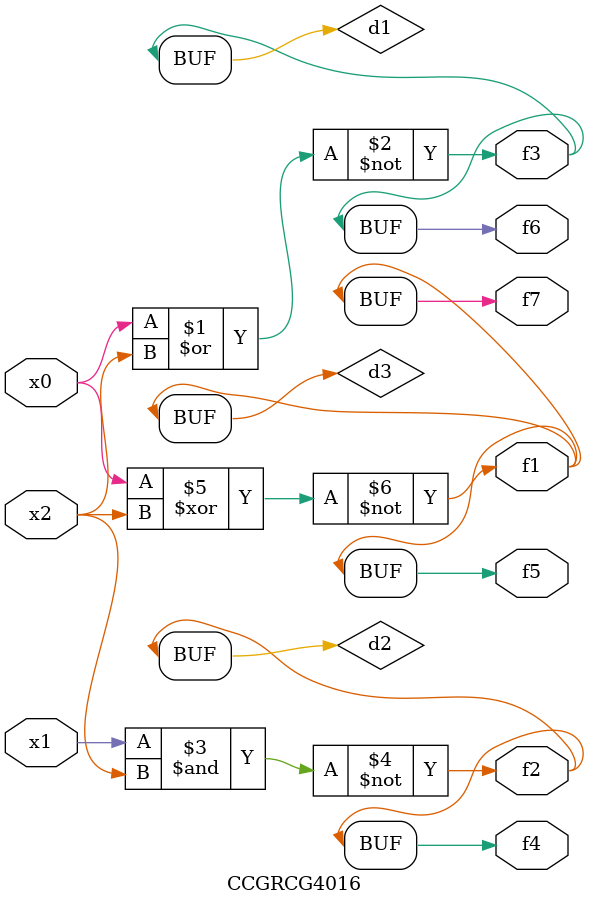
<source format=v>
module CCGRCG4016(
	input x0, x1, x2,
	output f1, f2, f3, f4, f5, f6, f7
);

	wire d1, d2, d3;

	nor (d1, x0, x2);
	nand (d2, x1, x2);
	xnor (d3, x0, x2);
	assign f1 = d3;
	assign f2 = d2;
	assign f3 = d1;
	assign f4 = d2;
	assign f5 = d3;
	assign f6 = d1;
	assign f7 = d3;
endmodule

</source>
